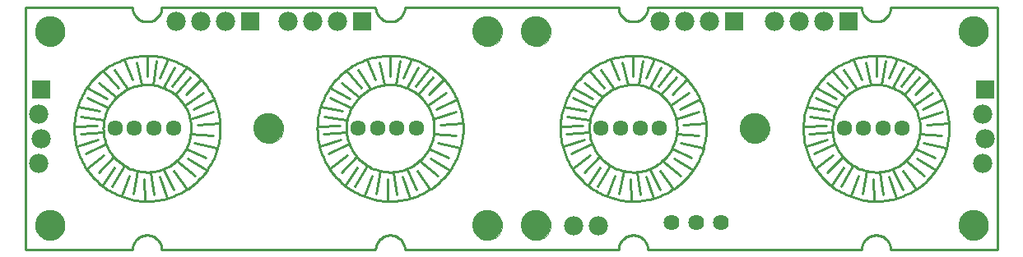
<source format=gbs>
G75*
%MOIN*%
%OFA0B0*%
%FSLAX24Y24*%
%IPPOS*%
%LPD*%
%AMOC8*
5,1,8,0,0,1.08239X$1,22.5*
%
%ADD10C,0.0100*%
%ADD11C,0.0634*%
%ADD12C,0.0000*%
%ADD13C,0.1221*%
%ADD14R,0.0780X0.0780*%
%ADD15C,0.0780*%
%ADD16C,0.0640*%
D10*
X001503Y000583D02*
X001503Y010426D01*
X005834Y010426D01*
X005833Y010426D02*
X005835Y010380D01*
X005840Y010334D01*
X005849Y010288D01*
X005862Y010243D01*
X005878Y010200D01*
X005897Y010158D01*
X005920Y010117D01*
X005946Y010079D01*
X005975Y010042D01*
X006006Y010008D01*
X006040Y009977D01*
X006077Y009948D01*
X006115Y009922D01*
X006156Y009899D01*
X006198Y009880D01*
X006241Y009864D01*
X006286Y009851D01*
X006332Y009842D01*
X006378Y009837D01*
X006424Y009835D01*
X006470Y009837D01*
X006516Y009842D01*
X006562Y009851D01*
X006607Y009864D01*
X006650Y009880D01*
X006692Y009899D01*
X006733Y009922D01*
X006771Y009948D01*
X006808Y009977D01*
X006842Y010008D01*
X006873Y010042D01*
X006902Y010079D01*
X006928Y010117D01*
X006951Y010158D01*
X006970Y010200D01*
X006986Y010243D01*
X006999Y010288D01*
X007008Y010334D01*
X007013Y010380D01*
X007015Y010426D01*
X015676Y010426D01*
X015678Y010380D01*
X015683Y010334D01*
X015692Y010288D01*
X015705Y010243D01*
X015721Y010200D01*
X015740Y010158D01*
X015763Y010117D01*
X015789Y010079D01*
X015818Y010042D01*
X015849Y010008D01*
X015883Y009977D01*
X015920Y009948D01*
X015958Y009922D01*
X015999Y009899D01*
X016041Y009880D01*
X016084Y009864D01*
X016129Y009851D01*
X016175Y009842D01*
X016221Y009837D01*
X016267Y009835D01*
X016313Y009837D01*
X016359Y009842D01*
X016405Y009851D01*
X016450Y009864D01*
X016493Y009880D01*
X016535Y009899D01*
X016576Y009922D01*
X016614Y009948D01*
X016651Y009977D01*
X016685Y010008D01*
X016716Y010042D01*
X016745Y010079D01*
X016771Y010117D01*
X016794Y010158D01*
X016813Y010200D01*
X016829Y010243D01*
X016842Y010288D01*
X016851Y010334D01*
X016856Y010380D01*
X016858Y010426D01*
X016857Y010426D02*
X025519Y010426D01*
X025518Y010426D02*
X025520Y010380D01*
X025525Y010334D01*
X025534Y010288D01*
X025547Y010243D01*
X025563Y010200D01*
X025582Y010158D01*
X025605Y010117D01*
X025631Y010079D01*
X025660Y010042D01*
X025691Y010008D01*
X025725Y009977D01*
X025762Y009948D01*
X025800Y009922D01*
X025841Y009899D01*
X025883Y009880D01*
X025926Y009864D01*
X025971Y009851D01*
X026017Y009842D01*
X026063Y009837D01*
X026109Y009835D01*
X026155Y009837D01*
X026201Y009842D01*
X026247Y009851D01*
X026292Y009864D01*
X026335Y009880D01*
X026377Y009899D01*
X026418Y009922D01*
X026456Y009948D01*
X026493Y009977D01*
X026527Y010008D01*
X026558Y010042D01*
X026587Y010079D01*
X026613Y010117D01*
X026636Y010158D01*
X026655Y010200D01*
X026671Y010243D01*
X026684Y010288D01*
X026693Y010334D01*
X026698Y010380D01*
X026700Y010426D01*
X035361Y010426D01*
X035363Y010380D01*
X035368Y010334D01*
X035377Y010288D01*
X035390Y010243D01*
X035406Y010200D01*
X035425Y010158D01*
X035448Y010117D01*
X035474Y010079D01*
X035503Y010042D01*
X035534Y010008D01*
X035568Y009977D01*
X035605Y009948D01*
X035643Y009922D01*
X035684Y009899D01*
X035726Y009880D01*
X035769Y009864D01*
X035814Y009851D01*
X035860Y009842D01*
X035906Y009837D01*
X035952Y009835D01*
X035998Y009837D01*
X036044Y009842D01*
X036090Y009851D01*
X036135Y009864D01*
X036178Y009880D01*
X036220Y009899D01*
X036261Y009922D01*
X036299Y009948D01*
X036336Y009977D01*
X036370Y010008D01*
X036401Y010042D01*
X036430Y010079D01*
X036456Y010117D01*
X036479Y010158D01*
X036498Y010200D01*
X036514Y010243D01*
X036527Y010288D01*
X036536Y010334D01*
X036541Y010380D01*
X036543Y010426D01*
X036542Y010426D02*
X040873Y010426D01*
X040873Y000583D01*
X036542Y000583D01*
X036543Y000583D02*
X036541Y000629D01*
X036536Y000675D01*
X036527Y000721D01*
X036514Y000766D01*
X036498Y000809D01*
X036479Y000851D01*
X036456Y000892D01*
X036430Y000930D01*
X036401Y000967D01*
X036370Y001001D01*
X036336Y001032D01*
X036299Y001061D01*
X036261Y001087D01*
X036220Y001110D01*
X036178Y001129D01*
X036135Y001145D01*
X036090Y001158D01*
X036044Y001167D01*
X035998Y001172D01*
X035952Y001174D01*
X035906Y001172D01*
X035860Y001167D01*
X035814Y001158D01*
X035769Y001145D01*
X035726Y001129D01*
X035684Y001110D01*
X035643Y001087D01*
X035605Y001061D01*
X035568Y001032D01*
X035534Y001001D01*
X035503Y000967D01*
X035474Y000930D01*
X035448Y000892D01*
X035425Y000851D01*
X035406Y000809D01*
X035390Y000766D01*
X035377Y000721D01*
X035368Y000675D01*
X035363Y000629D01*
X035361Y000583D01*
X026700Y000583D01*
X026698Y000629D01*
X026693Y000675D01*
X026684Y000721D01*
X026671Y000766D01*
X026655Y000809D01*
X026636Y000851D01*
X026613Y000892D01*
X026587Y000930D01*
X026558Y000967D01*
X026527Y001001D01*
X026493Y001032D01*
X026456Y001061D01*
X026418Y001087D01*
X026377Y001110D01*
X026335Y001129D01*
X026292Y001145D01*
X026247Y001158D01*
X026201Y001167D01*
X026155Y001172D01*
X026109Y001174D01*
X026063Y001172D01*
X026017Y001167D01*
X025971Y001158D01*
X025926Y001145D01*
X025883Y001129D01*
X025841Y001110D01*
X025800Y001087D01*
X025762Y001061D01*
X025725Y001032D01*
X025691Y001001D01*
X025660Y000967D01*
X025631Y000930D01*
X025605Y000892D01*
X025582Y000851D01*
X025563Y000809D01*
X025547Y000766D01*
X025534Y000721D01*
X025525Y000675D01*
X025520Y000629D01*
X025518Y000583D01*
X025519Y000583D02*
X016857Y000583D01*
X016858Y000583D02*
X016856Y000629D01*
X016851Y000675D01*
X016842Y000721D01*
X016829Y000766D01*
X016813Y000809D01*
X016794Y000851D01*
X016771Y000892D01*
X016745Y000930D01*
X016716Y000967D01*
X016685Y001001D01*
X016651Y001032D01*
X016614Y001061D01*
X016576Y001087D01*
X016535Y001110D01*
X016493Y001129D01*
X016450Y001145D01*
X016405Y001158D01*
X016359Y001167D01*
X016313Y001172D01*
X016267Y001174D01*
X016221Y001172D01*
X016175Y001167D01*
X016129Y001158D01*
X016084Y001145D01*
X016041Y001129D01*
X015999Y001110D01*
X015958Y001087D01*
X015920Y001061D01*
X015883Y001032D01*
X015849Y001001D01*
X015818Y000967D01*
X015789Y000930D01*
X015763Y000892D01*
X015740Y000851D01*
X015721Y000809D01*
X015705Y000766D01*
X015692Y000721D01*
X015683Y000675D01*
X015678Y000629D01*
X015676Y000583D01*
X007015Y000583D01*
X007013Y000629D01*
X007008Y000675D01*
X006999Y000721D01*
X006986Y000766D01*
X006970Y000809D01*
X006951Y000851D01*
X006928Y000892D01*
X006902Y000930D01*
X006873Y000967D01*
X006842Y001001D01*
X006808Y001032D01*
X006771Y001061D01*
X006733Y001087D01*
X006692Y001110D01*
X006650Y001129D01*
X006607Y001145D01*
X006562Y001158D01*
X006516Y001167D01*
X006470Y001172D01*
X006424Y001174D01*
X006378Y001172D01*
X006332Y001167D01*
X006286Y001158D01*
X006241Y001145D01*
X006198Y001129D01*
X006156Y001110D01*
X006115Y001087D01*
X006077Y001061D01*
X006040Y001032D01*
X006006Y001001D01*
X005975Y000967D01*
X005946Y000930D01*
X005920Y000892D01*
X005897Y000851D01*
X005878Y000809D01*
X005862Y000766D01*
X005849Y000721D01*
X005840Y000675D01*
X005835Y000629D01*
X005833Y000583D01*
X005834Y000583D02*
X001503Y000583D01*
X006338Y002576D02*
X006310Y003453D01*
X006932Y003556D02*
X007231Y002698D01*
X006704Y002812D02*
X006566Y003729D01*
X006038Y003768D02*
X005857Y002843D01*
X005389Y002776D02*
X005696Y003583D01*
X005487Y003993D02*
X004995Y003150D01*
X004625Y003205D02*
X005097Y003906D01*
X005062Y004363D02*
X004452Y003725D01*
X003987Y003898D02*
X004676Y004410D01*
X004759Y004887D02*
X003920Y004473D01*
X003601Y004796D02*
X004436Y005064D01*
X004649Y005335D02*
X003719Y005272D01*
X003487Y005599D02*
X004389Y005611D01*
X004664Y005843D02*
X003743Y005969D01*
X003617Y006387D02*
X004499Y006221D01*
X004838Y006363D02*
X003983Y006745D01*
X003995Y007135D02*
X004794Y006705D01*
X005168Y006792D02*
X004452Y007355D01*
X004641Y007835D02*
X005255Y007135D01*
X005637Y007119D02*
X005109Y007871D01*
X005503Y008276D02*
X005834Y007481D01*
X006424Y007619D02*
X006424Y008453D01*
X006814Y008241D02*
X006653Y007268D01*
X006204Y007280D02*
X005991Y008178D01*
X006944Y007544D02*
X007282Y008320D01*
X007546Y007977D02*
X007109Y007198D01*
X007444Y007221D02*
X008015Y007961D01*
X008172Y007568D02*
X007558Y006890D01*
X007999Y006883D02*
X008597Y007477D01*
X008696Y006946D02*
X007964Y006461D01*
X008306Y006292D02*
X009117Y006698D01*
X009097Y006190D02*
X008164Y005890D01*
X008464Y005650D02*
X009365Y005705D01*
X009086Y005209D02*
X008180Y005268D01*
X008349Y004926D02*
X009247Y004725D01*
X008790Y004316D02*
X008003Y004686D01*
X008066Y004272D02*
X008834Y003820D01*
X008361Y003568D02*
X007625Y004190D01*
X007511Y003784D02*
X008038Y003056D01*
X007503Y003020D02*
X007113Y003831D01*
X003471Y005505D02*
X003473Y005613D01*
X003479Y005722D01*
X003489Y005830D01*
X003503Y005937D01*
X003521Y006044D01*
X003542Y006151D01*
X003568Y006256D01*
X003598Y006361D01*
X003631Y006464D01*
X003668Y006566D01*
X003709Y006666D01*
X003753Y006765D01*
X003802Y006863D01*
X003853Y006958D01*
X003908Y007051D01*
X003967Y007143D01*
X004029Y007232D01*
X004094Y007319D01*
X004162Y007403D01*
X004233Y007485D01*
X004307Y007564D01*
X004384Y007640D01*
X004464Y007714D01*
X004547Y007784D01*
X004632Y007852D01*
X004719Y007916D01*
X004809Y007977D01*
X004901Y008035D01*
X004995Y008089D01*
X005091Y008140D01*
X005188Y008187D01*
X005288Y008231D01*
X005389Y008271D01*
X005491Y008307D01*
X005594Y008339D01*
X005699Y008368D01*
X005805Y008392D01*
X005911Y008413D01*
X006018Y008430D01*
X006126Y008443D01*
X006234Y008452D01*
X006343Y008457D01*
X006451Y008458D01*
X006560Y008455D01*
X006668Y008448D01*
X006776Y008437D01*
X006883Y008422D01*
X006990Y008403D01*
X007096Y008380D01*
X007201Y008354D01*
X007306Y008323D01*
X007408Y008289D01*
X007510Y008251D01*
X007610Y008209D01*
X007709Y008164D01*
X007806Y008115D01*
X007900Y008062D01*
X007993Y008006D01*
X008084Y007947D01*
X008173Y007884D01*
X008259Y007819D01*
X008343Y007750D01*
X008424Y007678D01*
X008502Y007603D01*
X008578Y007525D01*
X008651Y007444D01*
X008721Y007361D01*
X008787Y007276D01*
X008851Y007188D01*
X008911Y007097D01*
X008968Y007005D01*
X009021Y006910D01*
X009071Y006814D01*
X009117Y006716D01*
X009160Y006616D01*
X009199Y006515D01*
X009234Y006412D01*
X009266Y006309D01*
X009293Y006204D01*
X009317Y006098D01*
X009337Y005991D01*
X009353Y005884D01*
X009365Y005776D01*
X009373Y005668D01*
X009377Y005559D01*
X009377Y005451D01*
X009373Y005342D01*
X009365Y005234D01*
X009353Y005126D01*
X009337Y005019D01*
X009317Y004912D01*
X009293Y004806D01*
X009266Y004701D01*
X009234Y004598D01*
X009199Y004495D01*
X009160Y004394D01*
X009117Y004294D01*
X009071Y004196D01*
X009021Y004100D01*
X008968Y004005D01*
X008911Y003913D01*
X008851Y003822D01*
X008787Y003734D01*
X008721Y003649D01*
X008651Y003566D01*
X008578Y003485D01*
X008502Y003407D01*
X008424Y003332D01*
X008343Y003260D01*
X008259Y003191D01*
X008173Y003126D01*
X008084Y003063D01*
X007993Y003004D01*
X007901Y002948D01*
X007806Y002895D01*
X007709Y002846D01*
X007610Y002801D01*
X007510Y002759D01*
X007408Y002721D01*
X007306Y002687D01*
X007201Y002656D01*
X007096Y002630D01*
X006990Y002607D01*
X006883Y002588D01*
X006776Y002573D01*
X006668Y002562D01*
X006560Y002555D01*
X006451Y002552D01*
X006343Y002553D01*
X006234Y002558D01*
X006126Y002567D01*
X006018Y002580D01*
X005911Y002597D01*
X005805Y002618D01*
X005699Y002642D01*
X005594Y002671D01*
X005491Y002703D01*
X005389Y002739D01*
X005288Y002779D01*
X005188Y002823D01*
X005091Y002870D01*
X004995Y002921D01*
X004901Y002975D01*
X004809Y003033D01*
X004719Y003094D01*
X004632Y003158D01*
X004547Y003226D01*
X004464Y003296D01*
X004384Y003370D01*
X004307Y003446D01*
X004233Y003525D01*
X004162Y003607D01*
X004094Y003691D01*
X004029Y003778D01*
X003967Y003867D01*
X003908Y003959D01*
X003853Y004052D01*
X003802Y004147D01*
X003753Y004245D01*
X003709Y004344D01*
X003668Y004444D01*
X003631Y004546D01*
X003598Y004649D01*
X003568Y004754D01*
X003542Y004859D01*
X003521Y004966D01*
X003503Y005073D01*
X003489Y005180D01*
X003479Y005288D01*
X003473Y005397D01*
X003471Y005505D01*
X004648Y005509D02*
X004650Y005593D01*
X004656Y005677D01*
X004666Y005760D01*
X004680Y005843D01*
X004697Y005925D01*
X004719Y006006D01*
X004744Y006086D01*
X004773Y006164D01*
X004806Y006242D01*
X004843Y006317D01*
X004882Y006391D01*
X004926Y006463D01*
X004973Y006532D01*
X005022Y006600D01*
X005076Y006665D01*
X005132Y006727D01*
X005191Y006787D01*
X005252Y006844D01*
X005317Y006898D01*
X005383Y006948D01*
X005453Y006996D01*
X005524Y007040D01*
X005597Y007081D01*
X005672Y007118D01*
X005749Y007152D01*
X005828Y007182D01*
X005907Y007208D01*
X005988Y007231D01*
X006070Y007249D01*
X006152Y007264D01*
X006236Y007275D01*
X006319Y007282D01*
X006403Y007285D01*
X006487Y007284D01*
X006571Y007279D01*
X006654Y007270D01*
X006737Y007257D01*
X006819Y007240D01*
X006901Y007220D01*
X006981Y007195D01*
X007060Y007167D01*
X007137Y007135D01*
X007213Y007100D01*
X007288Y007061D01*
X007360Y007018D01*
X007430Y006972D01*
X007498Y006923D01*
X007564Y006871D01*
X007627Y006816D01*
X007687Y006757D01*
X007745Y006696D01*
X007799Y006633D01*
X007851Y006566D01*
X007899Y006498D01*
X007944Y006427D01*
X007986Y006354D01*
X008024Y006280D01*
X008059Y006203D01*
X008090Y006125D01*
X008117Y006046D01*
X008140Y005965D01*
X008160Y005884D01*
X008176Y005801D01*
X008188Y005718D01*
X008196Y005635D01*
X008200Y005551D01*
X008200Y005467D01*
X008196Y005383D01*
X008188Y005300D01*
X008176Y005217D01*
X008160Y005134D01*
X008140Y005053D01*
X008117Y004972D01*
X008090Y004893D01*
X008059Y004815D01*
X008024Y004738D01*
X007986Y004664D01*
X007944Y004591D01*
X007899Y004520D01*
X007851Y004452D01*
X007799Y004385D01*
X007745Y004322D01*
X007687Y004261D01*
X007627Y004202D01*
X007564Y004147D01*
X007498Y004095D01*
X007430Y004046D01*
X007360Y004000D01*
X007288Y003957D01*
X007213Y003918D01*
X007137Y003883D01*
X007060Y003851D01*
X006981Y003823D01*
X006901Y003798D01*
X006819Y003778D01*
X006737Y003761D01*
X006654Y003748D01*
X006571Y003739D01*
X006487Y003734D01*
X006403Y003733D01*
X006319Y003736D01*
X006236Y003743D01*
X006152Y003754D01*
X006070Y003769D01*
X005988Y003787D01*
X005907Y003810D01*
X005828Y003836D01*
X005749Y003866D01*
X005672Y003900D01*
X005597Y003937D01*
X005524Y003978D01*
X005453Y004022D01*
X005383Y004070D01*
X005317Y004120D01*
X005252Y004174D01*
X005191Y004231D01*
X005132Y004291D01*
X005076Y004353D01*
X005022Y004418D01*
X004973Y004486D01*
X004926Y004555D01*
X004882Y004627D01*
X004843Y004701D01*
X004806Y004776D01*
X004773Y004854D01*
X004744Y004932D01*
X004719Y005012D01*
X004697Y005093D01*
X004680Y005175D01*
X004666Y005258D01*
X004656Y005341D01*
X004650Y005425D01*
X004648Y005509D01*
X013330Y005599D02*
X014231Y005611D01*
X014507Y005843D02*
X013586Y005969D01*
X013460Y006387D02*
X014342Y006221D01*
X014680Y006363D02*
X013826Y006745D01*
X013838Y007135D02*
X014637Y006705D01*
X015011Y006792D02*
X014294Y007355D01*
X014483Y007835D02*
X015097Y007135D01*
X015479Y007119D02*
X014952Y007871D01*
X015345Y008276D02*
X015676Y007481D01*
X016046Y007280D02*
X015834Y008178D01*
X016267Y008453D02*
X016267Y007619D01*
X016786Y007544D02*
X017125Y008320D01*
X016656Y008241D02*
X016495Y007268D01*
X016952Y007198D02*
X017389Y007977D01*
X017857Y007961D02*
X017286Y007221D01*
X017401Y006890D02*
X018015Y007568D01*
X018440Y007477D02*
X017842Y006883D01*
X017806Y006461D02*
X018538Y006946D01*
X018960Y006698D02*
X018149Y006292D01*
X018007Y005890D02*
X018940Y006190D01*
X019208Y005705D02*
X018306Y005650D01*
X018023Y005268D02*
X018928Y005209D01*
X019090Y004725D02*
X018192Y004926D01*
X017845Y004686D02*
X018633Y004316D01*
X018676Y003820D02*
X017908Y004272D01*
X017468Y004190D02*
X018204Y003568D01*
X017881Y003056D02*
X017353Y003784D01*
X016956Y003831D02*
X017345Y003020D01*
X017074Y002698D02*
X016775Y003556D01*
X016408Y003729D02*
X016546Y002812D01*
X016180Y002576D02*
X016153Y003453D01*
X015538Y003583D02*
X015231Y002776D01*
X015700Y002843D02*
X015881Y003768D01*
X015330Y003993D02*
X014838Y003150D01*
X014468Y003205D02*
X014940Y003906D01*
X014905Y004363D02*
X014294Y003725D01*
X013830Y003898D02*
X014519Y004410D01*
X014601Y004887D02*
X013763Y004473D01*
X013444Y004796D02*
X014279Y005064D01*
X014491Y005335D02*
X013562Y005272D01*
X013314Y005505D02*
X013316Y005613D01*
X013322Y005722D01*
X013332Y005830D01*
X013346Y005937D01*
X013364Y006044D01*
X013385Y006151D01*
X013411Y006256D01*
X013441Y006361D01*
X013474Y006464D01*
X013511Y006566D01*
X013552Y006666D01*
X013596Y006765D01*
X013645Y006863D01*
X013696Y006958D01*
X013751Y007051D01*
X013810Y007143D01*
X013872Y007232D01*
X013937Y007319D01*
X014005Y007403D01*
X014076Y007485D01*
X014150Y007564D01*
X014227Y007640D01*
X014307Y007714D01*
X014390Y007784D01*
X014475Y007852D01*
X014562Y007916D01*
X014652Y007977D01*
X014744Y008035D01*
X014838Y008089D01*
X014934Y008140D01*
X015031Y008187D01*
X015131Y008231D01*
X015232Y008271D01*
X015334Y008307D01*
X015437Y008339D01*
X015542Y008368D01*
X015648Y008392D01*
X015754Y008413D01*
X015861Y008430D01*
X015969Y008443D01*
X016077Y008452D01*
X016186Y008457D01*
X016294Y008458D01*
X016403Y008455D01*
X016511Y008448D01*
X016619Y008437D01*
X016726Y008422D01*
X016833Y008403D01*
X016939Y008380D01*
X017044Y008354D01*
X017149Y008323D01*
X017251Y008289D01*
X017353Y008251D01*
X017453Y008209D01*
X017552Y008164D01*
X017649Y008115D01*
X017743Y008062D01*
X017836Y008006D01*
X017927Y007947D01*
X018016Y007884D01*
X018102Y007819D01*
X018186Y007750D01*
X018267Y007678D01*
X018345Y007603D01*
X018421Y007525D01*
X018494Y007444D01*
X018564Y007361D01*
X018630Y007276D01*
X018694Y007188D01*
X018754Y007097D01*
X018811Y007005D01*
X018864Y006910D01*
X018914Y006814D01*
X018960Y006716D01*
X019003Y006616D01*
X019042Y006515D01*
X019077Y006412D01*
X019109Y006309D01*
X019136Y006204D01*
X019160Y006098D01*
X019180Y005991D01*
X019196Y005884D01*
X019208Y005776D01*
X019216Y005668D01*
X019220Y005559D01*
X019220Y005451D01*
X019216Y005342D01*
X019208Y005234D01*
X019196Y005126D01*
X019180Y005019D01*
X019160Y004912D01*
X019136Y004806D01*
X019109Y004701D01*
X019077Y004598D01*
X019042Y004495D01*
X019003Y004394D01*
X018960Y004294D01*
X018914Y004196D01*
X018864Y004100D01*
X018811Y004005D01*
X018754Y003913D01*
X018694Y003822D01*
X018630Y003734D01*
X018564Y003649D01*
X018494Y003566D01*
X018421Y003485D01*
X018345Y003407D01*
X018267Y003332D01*
X018186Y003260D01*
X018102Y003191D01*
X018016Y003126D01*
X017927Y003063D01*
X017836Y003004D01*
X017744Y002948D01*
X017649Y002895D01*
X017552Y002846D01*
X017453Y002801D01*
X017353Y002759D01*
X017251Y002721D01*
X017149Y002687D01*
X017044Y002656D01*
X016939Y002630D01*
X016833Y002607D01*
X016726Y002588D01*
X016619Y002573D01*
X016511Y002562D01*
X016403Y002555D01*
X016294Y002552D01*
X016186Y002553D01*
X016077Y002558D01*
X015969Y002567D01*
X015861Y002580D01*
X015754Y002597D01*
X015648Y002618D01*
X015542Y002642D01*
X015437Y002671D01*
X015334Y002703D01*
X015232Y002739D01*
X015131Y002779D01*
X015031Y002823D01*
X014934Y002870D01*
X014838Y002921D01*
X014744Y002975D01*
X014652Y003033D01*
X014562Y003094D01*
X014475Y003158D01*
X014390Y003226D01*
X014307Y003296D01*
X014227Y003370D01*
X014150Y003446D01*
X014076Y003525D01*
X014005Y003607D01*
X013937Y003691D01*
X013872Y003778D01*
X013810Y003867D01*
X013751Y003959D01*
X013696Y004052D01*
X013645Y004147D01*
X013596Y004245D01*
X013552Y004344D01*
X013511Y004444D01*
X013474Y004546D01*
X013441Y004649D01*
X013411Y004754D01*
X013385Y004859D01*
X013364Y004966D01*
X013346Y005073D01*
X013332Y005180D01*
X013322Y005288D01*
X013316Y005397D01*
X013314Y005505D01*
X014491Y005509D02*
X014493Y005593D01*
X014499Y005677D01*
X014509Y005760D01*
X014523Y005843D01*
X014540Y005925D01*
X014562Y006006D01*
X014587Y006086D01*
X014616Y006164D01*
X014649Y006242D01*
X014686Y006317D01*
X014725Y006391D01*
X014769Y006463D01*
X014816Y006532D01*
X014865Y006600D01*
X014919Y006665D01*
X014975Y006727D01*
X015034Y006787D01*
X015095Y006844D01*
X015160Y006898D01*
X015226Y006948D01*
X015296Y006996D01*
X015367Y007040D01*
X015440Y007081D01*
X015515Y007118D01*
X015592Y007152D01*
X015671Y007182D01*
X015750Y007208D01*
X015831Y007231D01*
X015913Y007249D01*
X015995Y007264D01*
X016079Y007275D01*
X016162Y007282D01*
X016246Y007285D01*
X016330Y007284D01*
X016414Y007279D01*
X016497Y007270D01*
X016580Y007257D01*
X016662Y007240D01*
X016744Y007220D01*
X016824Y007195D01*
X016903Y007167D01*
X016980Y007135D01*
X017056Y007100D01*
X017131Y007061D01*
X017203Y007018D01*
X017273Y006972D01*
X017341Y006923D01*
X017407Y006871D01*
X017470Y006816D01*
X017530Y006757D01*
X017588Y006696D01*
X017642Y006633D01*
X017694Y006566D01*
X017742Y006498D01*
X017787Y006427D01*
X017829Y006354D01*
X017867Y006280D01*
X017902Y006203D01*
X017933Y006125D01*
X017960Y006046D01*
X017983Y005965D01*
X018003Y005884D01*
X018019Y005801D01*
X018031Y005718D01*
X018039Y005635D01*
X018043Y005551D01*
X018043Y005467D01*
X018039Y005383D01*
X018031Y005300D01*
X018019Y005217D01*
X018003Y005134D01*
X017983Y005053D01*
X017960Y004972D01*
X017933Y004893D01*
X017902Y004815D01*
X017867Y004738D01*
X017829Y004664D01*
X017787Y004591D01*
X017742Y004520D01*
X017694Y004452D01*
X017642Y004385D01*
X017588Y004322D01*
X017530Y004261D01*
X017470Y004202D01*
X017407Y004147D01*
X017341Y004095D01*
X017273Y004046D01*
X017203Y004000D01*
X017131Y003957D01*
X017056Y003918D01*
X016980Y003883D01*
X016903Y003851D01*
X016824Y003823D01*
X016744Y003798D01*
X016662Y003778D01*
X016580Y003761D01*
X016497Y003748D01*
X016414Y003739D01*
X016330Y003734D01*
X016246Y003733D01*
X016162Y003736D01*
X016079Y003743D01*
X015995Y003754D01*
X015913Y003769D01*
X015831Y003787D01*
X015750Y003810D01*
X015671Y003836D01*
X015592Y003866D01*
X015515Y003900D01*
X015440Y003937D01*
X015367Y003978D01*
X015296Y004022D01*
X015226Y004070D01*
X015160Y004120D01*
X015095Y004174D01*
X015034Y004231D01*
X014975Y004291D01*
X014919Y004353D01*
X014865Y004418D01*
X014816Y004486D01*
X014769Y004555D01*
X014725Y004627D01*
X014686Y004701D01*
X014649Y004776D01*
X014616Y004854D01*
X014587Y004932D01*
X014562Y005012D01*
X014540Y005093D01*
X014523Y005175D01*
X014509Y005258D01*
X014499Y005341D01*
X014493Y005425D01*
X014491Y005509D01*
X023172Y005599D02*
X024074Y005611D01*
X024349Y005843D02*
X023428Y005969D01*
X023302Y006387D02*
X024184Y006221D01*
X024523Y006363D02*
X023668Y006745D01*
X023680Y007135D02*
X024479Y006705D01*
X024853Y006792D02*
X024137Y007355D01*
X024326Y007835D02*
X024940Y007135D01*
X025322Y007119D02*
X024794Y007871D01*
X025188Y008276D02*
X025519Y007481D01*
X026109Y007619D02*
X026109Y008453D01*
X026499Y008241D02*
X026338Y007268D01*
X025889Y007280D02*
X025676Y008178D01*
X026629Y007544D02*
X026968Y008320D01*
X027231Y007977D02*
X026794Y007198D01*
X027129Y007221D02*
X027700Y007961D01*
X027857Y007568D02*
X027243Y006890D01*
X027684Y006883D02*
X028282Y007477D01*
X028381Y006946D02*
X027649Y006461D01*
X027991Y006292D02*
X028802Y006698D01*
X028782Y006190D02*
X027849Y005890D01*
X028149Y005650D02*
X029050Y005705D01*
X028771Y005209D02*
X027865Y005268D01*
X028034Y004926D02*
X028932Y004725D01*
X028475Y004316D02*
X027688Y004686D01*
X027751Y004272D02*
X028519Y003820D01*
X028046Y003568D02*
X027310Y004190D01*
X027196Y003784D02*
X027723Y003056D01*
X027188Y003020D02*
X026798Y003831D01*
X026251Y003729D02*
X026389Y002812D01*
X026916Y002698D02*
X026617Y003556D01*
X025995Y003453D02*
X026023Y002576D01*
X025542Y002843D02*
X025723Y003768D01*
X025172Y003993D02*
X024680Y003150D01*
X024310Y003205D02*
X024782Y003906D01*
X024747Y004363D02*
X024137Y003725D01*
X023672Y003898D02*
X024361Y004410D01*
X024444Y004887D02*
X023605Y004473D01*
X023286Y004796D02*
X024121Y005064D01*
X024334Y005335D02*
X023405Y005272D01*
X023156Y005505D02*
X023158Y005613D01*
X023164Y005722D01*
X023174Y005830D01*
X023188Y005937D01*
X023206Y006044D01*
X023227Y006151D01*
X023253Y006256D01*
X023283Y006361D01*
X023316Y006464D01*
X023353Y006566D01*
X023394Y006666D01*
X023438Y006765D01*
X023487Y006863D01*
X023538Y006958D01*
X023593Y007051D01*
X023652Y007143D01*
X023714Y007232D01*
X023779Y007319D01*
X023847Y007403D01*
X023918Y007485D01*
X023992Y007564D01*
X024069Y007640D01*
X024149Y007714D01*
X024232Y007784D01*
X024317Y007852D01*
X024404Y007916D01*
X024494Y007977D01*
X024586Y008035D01*
X024680Y008089D01*
X024776Y008140D01*
X024873Y008187D01*
X024973Y008231D01*
X025074Y008271D01*
X025176Y008307D01*
X025279Y008339D01*
X025384Y008368D01*
X025490Y008392D01*
X025596Y008413D01*
X025703Y008430D01*
X025811Y008443D01*
X025919Y008452D01*
X026028Y008457D01*
X026136Y008458D01*
X026245Y008455D01*
X026353Y008448D01*
X026461Y008437D01*
X026568Y008422D01*
X026675Y008403D01*
X026781Y008380D01*
X026886Y008354D01*
X026991Y008323D01*
X027093Y008289D01*
X027195Y008251D01*
X027295Y008209D01*
X027394Y008164D01*
X027491Y008115D01*
X027585Y008062D01*
X027678Y008006D01*
X027769Y007947D01*
X027858Y007884D01*
X027944Y007819D01*
X028028Y007750D01*
X028109Y007678D01*
X028187Y007603D01*
X028263Y007525D01*
X028336Y007444D01*
X028406Y007361D01*
X028472Y007276D01*
X028536Y007188D01*
X028596Y007097D01*
X028653Y007005D01*
X028706Y006910D01*
X028756Y006814D01*
X028802Y006716D01*
X028845Y006616D01*
X028884Y006515D01*
X028919Y006412D01*
X028951Y006309D01*
X028978Y006204D01*
X029002Y006098D01*
X029022Y005991D01*
X029038Y005884D01*
X029050Y005776D01*
X029058Y005668D01*
X029062Y005559D01*
X029062Y005451D01*
X029058Y005342D01*
X029050Y005234D01*
X029038Y005126D01*
X029022Y005019D01*
X029002Y004912D01*
X028978Y004806D01*
X028951Y004701D01*
X028919Y004598D01*
X028884Y004495D01*
X028845Y004394D01*
X028802Y004294D01*
X028756Y004196D01*
X028706Y004100D01*
X028653Y004005D01*
X028596Y003913D01*
X028536Y003822D01*
X028472Y003734D01*
X028406Y003649D01*
X028336Y003566D01*
X028263Y003485D01*
X028187Y003407D01*
X028109Y003332D01*
X028028Y003260D01*
X027944Y003191D01*
X027858Y003126D01*
X027769Y003063D01*
X027678Y003004D01*
X027586Y002948D01*
X027491Y002895D01*
X027394Y002846D01*
X027295Y002801D01*
X027195Y002759D01*
X027093Y002721D01*
X026991Y002687D01*
X026886Y002656D01*
X026781Y002630D01*
X026675Y002607D01*
X026568Y002588D01*
X026461Y002573D01*
X026353Y002562D01*
X026245Y002555D01*
X026136Y002552D01*
X026028Y002553D01*
X025919Y002558D01*
X025811Y002567D01*
X025703Y002580D01*
X025596Y002597D01*
X025490Y002618D01*
X025384Y002642D01*
X025279Y002671D01*
X025176Y002703D01*
X025074Y002739D01*
X024973Y002779D01*
X024873Y002823D01*
X024776Y002870D01*
X024680Y002921D01*
X024586Y002975D01*
X024494Y003033D01*
X024404Y003094D01*
X024317Y003158D01*
X024232Y003226D01*
X024149Y003296D01*
X024069Y003370D01*
X023992Y003446D01*
X023918Y003525D01*
X023847Y003607D01*
X023779Y003691D01*
X023714Y003778D01*
X023652Y003867D01*
X023593Y003959D01*
X023538Y004052D01*
X023487Y004147D01*
X023438Y004245D01*
X023394Y004344D01*
X023353Y004444D01*
X023316Y004546D01*
X023283Y004649D01*
X023253Y004754D01*
X023227Y004859D01*
X023206Y004966D01*
X023188Y005073D01*
X023174Y005180D01*
X023164Y005288D01*
X023158Y005397D01*
X023156Y005505D01*
X024333Y005509D02*
X024335Y005593D01*
X024341Y005677D01*
X024351Y005760D01*
X024365Y005843D01*
X024382Y005925D01*
X024404Y006006D01*
X024429Y006086D01*
X024458Y006164D01*
X024491Y006242D01*
X024528Y006317D01*
X024567Y006391D01*
X024611Y006463D01*
X024658Y006532D01*
X024707Y006600D01*
X024761Y006665D01*
X024817Y006727D01*
X024876Y006787D01*
X024937Y006844D01*
X025002Y006898D01*
X025068Y006948D01*
X025138Y006996D01*
X025209Y007040D01*
X025282Y007081D01*
X025357Y007118D01*
X025434Y007152D01*
X025513Y007182D01*
X025592Y007208D01*
X025673Y007231D01*
X025755Y007249D01*
X025837Y007264D01*
X025921Y007275D01*
X026004Y007282D01*
X026088Y007285D01*
X026172Y007284D01*
X026256Y007279D01*
X026339Y007270D01*
X026422Y007257D01*
X026504Y007240D01*
X026586Y007220D01*
X026666Y007195D01*
X026745Y007167D01*
X026822Y007135D01*
X026898Y007100D01*
X026973Y007061D01*
X027045Y007018D01*
X027115Y006972D01*
X027183Y006923D01*
X027249Y006871D01*
X027312Y006816D01*
X027372Y006757D01*
X027430Y006696D01*
X027484Y006633D01*
X027536Y006566D01*
X027584Y006498D01*
X027629Y006427D01*
X027671Y006354D01*
X027709Y006280D01*
X027744Y006203D01*
X027775Y006125D01*
X027802Y006046D01*
X027825Y005965D01*
X027845Y005884D01*
X027861Y005801D01*
X027873Y005718D01*
X027881Y005635D01*
X027885Y005551D01*
X027885Y005467D01*
X027881Y005383D01*
X027873Y005300D01*
X027861Y005217D01*
X027845Y005134D01*
X027825Y005053D01*
X027802Y004972D01*
X027775Y004893D01*
X027744Y004815D01*
X027709Y004738D01*
X027671Y004664D01*
X027629Y004591D01*
X027584Y004520D01*
X027536Y004452D01*
X027484Y004385D01*
X027430Y004322D01*
X027372Y004261D01*
X027312Y004202D01*
X027249Y004147D01*
X027183Y004095D01*
X027115Y004046D01*
X027045Y004000D01*
X026973Y003957D01*
X026898Y003918D01*
X026822Y003883D01*
X026745Y003851D01*
X026666Y003823D01*
X026586Y003798D01*
X026504Y003778D01*
X026422Y003761D01*
X026339Y003748D01*
X026256Y003739D01*
X026172Y003734D01*
X026088Y003733D01*
X026004Y003736D01*
X025921Y003743D01*
X025837Y003754D01*
X025755Y003769D01*
X025673Y003787D01*
X025592Y003810D01*
X025513Y003836D01*
X025434Y003866D01*
X025357Y003900D01*
X025282Y003937D01*
X025209Y003978D01*
X025138Y004022D01*
X025068Y004070D01*
X025002Y004120D01*
X024937Y004174D01*
X024876Y004231D01*
X024817Y004291D01*
X024761Y004353D01*
X024707Y004418D01*
X024658Y004486D01*
X024611Y004555D01*
X024567Y004627D01*
X024528Y004701D01*
X024491Y004776D01*
X024458Y004854D01*
X024429Y004932D01*
X024404Y005012D01*
X024382Y005093D01*
X024365Y005175D01*
X024351Y005258D01*
X024341Y005341D01*
X024335Y005425D01*
X024333Y005509D01*
X025381Y003583D02*
X025074Y002776D01*
X033129Y004796D02*
X033964Y005064D01*
X034286Y004887D02*
X033448Y004473D01*
X033515Y003898D02*
X034204Y004410D01*
X034590Y004363D02*
X033979Y003725D01*
X034153Y003205D02*
X034625Y003906D01*
X035015Y003993D02*
X034523Y003150D01*
X035385Y002843D02*
X035566Y003768D01*
X036094Y003729D02*
X036231Y002812D01*
X036759Y002698D02*
X036460Y003556D01*
X035838Y003453D02*
X035865Y002576D01*
X034916Y002776D02*
X035223Y003583D01*
X036641Y003831D02*
X037031Y003020D01*
X037566Y003056D02*
X037038Y003784D01*
X037153Y004190D02*
X037889Y003568D01*
X038361Y003820D02*
X037594Y004272D01*
X037531Y004686D02*
X038318Y004316D01*
X038775Y004725D02*
X037877Y004926D01*
X037708Y005268D02*
X038613Y005209D01*
X038893Y005705D02*
X037991Y005650D01*
X037692Y005890D02*
X038625Y006190D01*
X038645Y006698D02*
X037834Y006292D01*
X037491Y006461D02*
X038223Y006946D01*
X038125Y007477D02*
X037527Y006883D01*
X037086Y006890D02*
X037700Y007568D01*
X037542Y007961D02*
X036971Y007221D01*
X036637Y007198D02*
X037074Y007977D01*
X036342Y008241D02*
X036180Y007268D01*
X035731Y007280D02*
X035519Y008178D01*
X035031Y008276D02*
X035361Y007481D01*
X035952Y007619D02*
X035952Y008453D01*
X036810Y008320D02*
X036471Y007544D01*
X035164Y007119D02*
X034637Y007871D01*
X034168Y007835D02*
X034782Y007135D01*
X034696Y006792D02*
X033979Y007355D01*
X033523Y007135D02*
X034322Y006705D01*
X034365Y006363D02*
X033511Y006745D01*
X033145Y006387D02*
X034027Y006221D01*
X034192Y005843D02*
X033271Y005969D01*
X033015Y005599D02*
X033916Y005611D01*
X034176Y005335D02*
X033247Y005272D01*
X032999Y005505D02*
X033001Y005613D01*
X033007Y005722D01*
X033017Y005830D01*
X033031Y005937D01*
X033049Y006044D01*
X033070Y006151D01*
X033096Y006256D01*
X033126Y006361D01*
X033159Y006464D01*
X033196Y006566D01*
X033237Y006666D01*
X033281Y006765D01*
X033330Y006863D01*
X033381Y006958D01*
X033436Y007051D01*
X033495Y007143D01*
X033557Y007232D01*
X033622Y007319D01*
X033690Y007403D01*
X033761Y007485D01*
X033835Y007564D01*
X033912Y007640D01*
X033992Y007714D01*
X034075Y007784D01*
X034160Y007852D01*
X034247Y007916D01*
X034337Y007977D01*
X034429Y008035D01*
X034523Y008089D01*
X034619Y008140D01*
X034716Y008187D01*
X034816Y008231D01*
X034917Y008271D01*
X035019Y008307D01*
X035122Y008339D01*
X035227Y008368D01*
X035333Y008392D01*
X035439Y008413D01*
X035546Y008430D01*
X035654Y008443D01*
X035762Y008452D01*
X035871Y008457D01*
X035979Y008458D01*
X036088Y008455D01*
X036196Y008448D01*
X036304Y008437D01*
X036411Y008422D01*
X036518Y008403D01*
X036624Y008380D01*
X036729Y008354D01*
X036834Y008323D01*
X036936Y008289D01*
X037038Y008251D01*
X037138Y008209D01*
X037237Y008164D01*
X037334Y008115D01*
X037428Y008062D01*
X037521Y008006D01*
X037612Y007947D01*
X037701Y007884D01*
X037787Y007819D01*
X037871Y007750D01*
X037952Y007678D01*
X038030Y007603D01*
X038106Y007525D01*
X038179Y007444D01*
X038249Y007361D01*
X038315Y007276D01*
X038379Y007188D01*
X038439Y007097D01*
X038496Y007005D01*
X038549Y006910D01*
X038599Y006814D01*
X038645Y006716D01*
X038688Y006616D01*
X038727Y006515D01*
X038762Y006412D01*
X038794Y006309D01*
X038821Y006204D01*
X038845Y006098D01*
X038865Y005991D01*
X038881Y005884D01*
X038893Y005776D01*
X038901Y005668D01*
X038905Y005559D01*
X038905Y005451D01*
X038901Y005342D01*
X038893Y005234D01*
X038881Y005126D01*
X038865Y005019D01*
X038845Y004912D01*
X038821Y004806D01*
X038794Y004701D01*
X038762Y004598D01*
X038727Y004495D01*
X038688Y004394D01*
X038645Y004294D01*
X038599Y004196D01*
X038549Y004100D01*
X038496Y004005D01*
X038439Y003913D01*
X038379Y003822D01*
X038315Y003734D01*
X038249Y003649D01*
X038179Y003566D01*
X038106Y003485D01*
X038030Y003407D01*
X037952Y003332D01*
X037871Y003260D01*
X037787Y003191D01*
X037701Y003126D01*
X037612Y003063D01*
X037521Y003004D01*
X037429Y002948D01*
X037334Y002895D01*
X037237Y002846D01*
X037138Y002801D01*
X037038Y002759D01*
X036936Y002721D01*
X036834Y002687D01*
X036729Y002656D01*
X036624Y002630D01*
X036518Y002607D01*
X036411Y002588D01*
X036304Y002573D01*
X036196Y002562D01*
X036088Y002555D01*
X035979Y002552D01*
X035871Y002553D01*
X035762Y002558D01*
X035654Y002567D01*
X035546Y002580D01*
X035439Y002597D01*
X035333Y002618D01*
X035227Y002642D01*
X035122Y002671D01*
X035019Y002703D01*
X034917Y002739D01*
X034816Y002779D01*
X034716Y002823D01*
X034619Y002870D01*
X034523Y002921D01*
X034429Y002975D01*
X034337Y003033D01*
X034247Y003094D01*
X034160Y003158D01*
X034075Y003226D01*
X033992Y003296D01*
X033912Y003370D01*
X033835Y003446D01*
X033761Y003525D01*
X033690Y003607D01*
X033622Y003691D01*
X033557Y003778D01*
X033495Y003867D01*
X033436Y003959D01*
X033381Y004052D01*
X033330Y004147D01*
X033281Y004245D01*
X033237Y004344D01*
X033196Y004444D01*
X033159Y004546D01*
X033126Y004649D01*
X033096Y004754D01*
X033070Y004859D01*
X033049Y004966D01*
X033031Y005073D01*
X033017Y005180D01*
X033007Y005288D01*
X033001Y005397D01*
X032999Y005505D01*
X034176Y005509D02*
X034178Y005593D01*
X034184Y005677D01*
X034194Y005760D01*
X034208Y005843D01*
X034225Y005925D01*
X034247Y006006D01*
X034272Y006086D01*
X034301Y006164D01*
X034334Y006242D01*
X034371Y006317D01*
X034410Y006391D01*
X034454Y006463D01*
X034501Y006532D01*
X034550Y006600D01*
X034604Y006665D01*
X034660Y006727D01*
X034719Y006787D01*
X034780Y006844D01*
X034845Y006898D01*
X034911Y006948D01*
X034981Y006996D01*
X035052Y007040D01*
X035125Y007081D01*
X035200Y007118D01*
X035277Y007152D01*
X035356Y007182D01*
X035435Y007208D01*
X035516Y007231D01*
X035598Y007249D01*
X035680Y007264D01*
X035764Y007275D01*
X035847Y007282D01*
X035931Y007285D01*
X036015Y007284D01*
X036099Y007279D01*
X036182Y007270D01*
X036265Y007257D01*
X036347Y007240D01*
X036429Y007220D01*
X036509Y007195D01*
X036588Y007167D01*
X036665Y007135D01*
X036741Y007100D01*
X036816Y007061D01*
X036888Y007018D01*
X036958Y006972D01*
X037026Y006923D01*
X037092Y006871D01*
X037155Y006816D01*
X037215Y006757D01*
X037273Y006696D01*
X037327Y006633D01*
X037379Y006566D01*
X037427Y006498D01*
X037472Y006427D01*
X037514Y006354D01*
X037552Y006280D01*
X037587Y006203D01*
X037618Y006125D01*
X037645Y006046D01*
X037668Y005965D01*
X037688Y005884D01*
X037704Y005801D01*
X037716Y005718D01*
X037724Y005635D01*
X037728Y005551D01*
X037728Y005467D01*
X037724Y005383D01*
X037716Y005300D01*
X037704Y005217D01*
X037688Y005134D01*
X037668Y005053D01*
X037645Y004972D01*
X037618Y004893D01*
X037587Y004815D01*
X037552Y004738D01*
X037514Y004664D01*
X037472Y004591D01*
X037427Y004520D01*
X037379Y004452D01*
X037327Y004385D01*
X037273Y004322D01*
X037215Y004261D01*
X037155Y004202D01*
X037092Y004147D01*
X037026Y004095D01*
X036958Y004046D01*
X036888Y004000D01*
X036816Y003957D01*
X036741Y003918D01*
X036665Y003883D01*
X036588Y003851D01*
X036509Y003823D01*
X036429Y003798D01*
X036347Y003778D01*
X036265Y003761D01*
X036182Y003748D01*
X036099Y003739D01*
X036015Y003734D01*
X035931Y003733D01*
X035847Y003736D01*
X035764Y003743D01*
X035680Y003754D01*
X035598Y003769D01*
X035516Y003787D01*
X035435Y003810D01*
X035356Y003836D01*
X035277Y003866D01*
X035200Y003900D01*
X035125Y003937D01*
X035052Y003978D01*
X034981Y004022D01*
X034911Y004070D01*
X034845Y004120D01*
X034780Y004174D01*
X034719Y004231D01*
X034660Y004291D01*
X034604Y004353D01*
X034550Y004418D01*
X034501Y004486D01*
X034454Y004555D01*
X034410Y004627D01*
X034371Y004701D01*
X034334Y004776D01*
X034301Y004854D01*
X034272Y004932D01*
X034247Y005012D01*
X034225Y005093D01*
X034208Y005175D01*
X034194Y005258D01*
X034184Y005341D01*
X034178Y005425D01*
X034176Y005509D01*
D11*
X034653Y005505D03*
X035440Y005505D03*
X036227Y005505D03*
X037015Y005505D03*
X027172Y005505D03*
X026385Y005505D03*
X025597Y005505D03*
X024810Y005505D03*
X017330Y005505D03*
X016542Y005505D03*
X015755Y005505D03*
X014968Y005505D03*
X007487Y005505D03*
X006700Y005505D03*
X005912Y005505D03*
X005125Y005505D03*
D12*
X010754Y005505D02*
X010756Y005553D01*
X010762Y005601D01*
X010772Y005648D01*
X010785Y005694D01*
X010803Y005739D01*
X010823Y005783D01*
X010848Y005825D01*
X010876Y005864D01*
X010906Y005901D01*
X010940Y005935D01*
X010977Y005967D01*
X011015Y005996D01*
X011056Y006021D01*
X011099Y006043D01*
X011144Y006061D01*
X011190Y006075D01*
X011237Y006086D01*
X011285Y006093D01*
X011333Y006096D01*
X011381Y006095D01*
X011429Y006090D01*
X011477Y006081D01*
X011523Y006069D01*
X011568Y006052D01*
X011612Y006032D01*
X011654Y006009D01*
X011694Y005982D01*
X011732Y005952D01*
X011767Y005919D01*
X011799Y005883D01*
X011829Y005845D01*
X011855Y005804D01*
X011877Y005761D01*
X011897Y005717D01*
X011912Y005672D01*
X011924Y005625D01*
X011932Y005577D01*
X011936Y005529D01*
X011936Y005481D01*
X011932Y005433D01*
X011924Y005385D01*
X011912Y005338D01*
X011897Y005293D01*
X011877Y005249D01*
X011855Y005206D01*
X011829Y005165D01*
X011799Y005127D01*
X011767Y005091D01*
X011732Y005058D01*
X011694Y005028D01*
X011654Y005001D01*
X011612Y004978D01*
X011568Y004958D01*
X011523Y004941D01*
X011477Y004929D01*
X011429Y004920D01*
X011381Y004915D01*
X011333Y004914D01*
X011285Y004917D01*
X011237Y004924D01*
X011190Y004935D01*
X011144Y004949D01*
X011099Y004967D01*
X011056Y004989D01*
X011015Y005014D01*
X010977Y005043D01*
X010940Y005075D01*
X010906Y005109D01*
X010876Y005146D01*
X010848Y005185D01*
X010823Y005227D01*
X010803Y005271D01*
X010785Y005316D01*
X010772Y005362D01*
X010762Y005409D01*
X010756Y005457D01*
X010754Y005505D01*
X001896Y009442D02*
X001898Y009490D01*
X001904Y009538D01*
X001914Y009585D01*
X001927Y009631D01*
X001945Y009676D01*
X001965Y009720D01*
X001990Y009762D01*
X002018Y009801D01*
X002048Y009838D01*
X002082Y009872D01*
X002119Y009904D01*
X002157Y009933D01*
X002198Y009958D01*
X002241Y009980D01*
X002286Y009998D01*
X002332Y010012D01*
X002379Y010023D01*
X002427Y010030D01*
X002475Y010033D01*
X002523Y010032D01*
X002571Y010027D01*
X002619Y010018D01*
X002665Y010006D01*
X002710Y009989D01*
X002754Y009969D01*
X002796Y009946D01*
X002836Y009919D01*
X002874Y009889D01*
X002909Y009856D01*
X002941Y009820D01*
X002971Y009782D01*
X002997Y009741D01*
X003019Y009698D01*
X003039Y009654D01*
X003054Y009609D01*
X003066Y009562D01*
X003074Y009514D01*
X003078Y009466D01*
X003078Y009418D01*
X003074Y009370D01*
X003066Y009322D01*
X003054Y009275D01*
X003039Y009230D01*
X003019Y009186D01*
X002997Y009143D01*
X002971Y009102D01*
X002941Y009064D01*
X002909Y009028D01*
X002874Y008995D01*
X002836Y008965D01*
X002796Y008938D01*
X002754Y008915D01*
X002710Y008895D01*
X002665Y008878D01*
X002619Y008866D01*
X002571Y008857D01*
X002523Y008852D01*
X002475Y008851D01*
X002427Y008854D01*
X002379Y008861D01*
X002332Y008872D01*
X002286Y008886D01*
X002241Y008904D01*
X002198Y008926D01*
X002157Y008951D01*
X002119Y008980D01*
X002082Y009012D01*
X002048Y009046D01*
X002018Y009083D01*
X001990Y009122D01*
X001965Y009164D01*
X001945Y009208D01*
X001927Y009253D01*
X001914Y009299D01*
X001904Y009346D01*
X001898Y009394D01*
X001896Y009442D01*
X019613Y009442D02*
X019615Y009490D01*
X019621Y009538D01*
X019631Y009585D01*
X019644Y009631D01*
X019662Y009676D01*
X019682Y009720D01*
X019707Y009762D01*
X019735Y009801D01*
X019765Y009838D01*
X019799Y009872D01*
X019836Y009904D01*
X019874Y009933D01*
X019915Y009958D01*
X019958Y009980D01*
X020003Y009998D01*
X020049Y010012D01*
X020096Y010023D01*
X020144Y010030D01*
X020192Y010033D01*
X020240Y010032D01*
X020288Y010027D01*
X020336Y010018D01*
X020382Y010006D01*
X020427Y009989D01*
X020471Y009969D01*
X020513Y009946D01*
X020553Y009919D01*
X020591Y009889D01*
X020626Y009856D01*
X020658Y009820D01*
X020688Y009782D01*
X020714Y009741D01*
X020736Y009698D01*
X020756Y009654D01*
X020771Y009609D01*
X020783Y009562D01*
X020791Y009514D01*
X020795Y009466D01*
X020795Y009418D01*
X020791Y009370D01*
X020783Y009322D01*
X020771Y009275D01*
X020756Y009230D01*
X020736Y009186D01*
X020714Y009143D01*
X020688Y009102D01*
X020658Y009064D01*
X020626Y009028D01*
X020591Y008995D01*
X020553Y008965D01*
X020513Y008938D01*
X020471Y008915D01*
X020427Y008895D01*
X020382Y008878D01*
X020336Y008866D01*
X020288Y008857D01*
X020240Y008852D01*
X020192Y008851D01*
X020144Y008854D01*
X020096Y008861D01*
X020049Y008872D01*
X020003Y008886D01*
X019958Y008904D01*
X019915Y008926D01*
X019874Y008951D01*
X019836Y008980D01*
X019799Y009012D01*
X019765Y009046D01*
X019735Y009083D01*
X019707Y009122D01*
X019682Y009164D01*
X019662Y009208D01*
X019644Y009253D01*
X019631Y009299D01*
X019621Y009346D01*
X019615Y009394D01*
X019613Y009442D01*
X021581Y009442D02*
X021583Y009490D01*
X021589Y009538D01*
X021599Y009585D01*
X021612Y009631D01*
X021630Y009676D01*
X021650Y009720D01*
X021675Y009762D01*
X021703Y009801D01*
X021733Y009838D01*
X021767Y009872D01*
X021804Y009904D01*
X021842Y009933D01*
X021883Y009958D01*
X021926Y009980D01*
X021971Y009998D01*
X022017Y010012D01*
X022064Y010023D01*
X022112Y010030D01*
X022160Y010033D01*
X022208Y010032D01*
X022256Y010027D01*
X022304Y010018D01*
X022350Y010006D01*
X022395Y009989D01*
X022439Y009969D01*
X022481Y009946D01*
X022521Y009919D01*
X022559Y009889D01*
X022594Y009856D01*
X022626Y009820D01*
X022656Y009782D01*
X022682Y009741D01*
X022704Y009698D01*
X022724Y009654D01*
X022739Y009609D01*
X022751Y009562D01*
X022759Y009514D01*
X022763Y009466D01*
X022763Y009418D01*
X022759Y009370D01*
X022751Y009322D01*
X022739Y009275D01*
X022724Y009230D01*
X022704Y009186D01*
X022682Y009143D01*
X022656Y009102D01*
X022626Y009064D01*
X022594Y009028D01*
X022559Y008995D01*
X022521Y008965D01*
X022481Y008938D01*
X022439Y008915D01*
X022395Y008895D01*
X022350Y008878D01*
X022304Y008866D01*
X022256Y008857D01*
X022208Y008852D01*
X022160Y008851D01*
X022112Y008854D01*
X022064Y008861D01*
X022017Y008872D01*
X021971Y008886D01*
X021926Y008904D01*
X021883Y008926D01*
X021842Y008951D01*
X021804Y008980D01*
X021767Y009012D01*
X021733Y009046D01*
X021703Y009083D01*
X021675Y009122D01*
X021650Y009164D01*
X021630Y009208D01*
X021612Y009253D01*
X021599Y009299D01*
X021589Y009346D01*
X021583Y009394D01*
X021581Y009442D01*
X030440Y005505D02*
X030442Y005553D01*
X030448Y005601D01*
X030458Y005648D01*
X030471Y005694D01*
X030489Y005739D01*
X030509Y005783D01*
X030534Y005825D01*
X030562Y005864D01*
X030592Y005901D01*
X030626Y005935D01*
X030663Y005967D01*
X030701Y005996D01*
X030742Y006021D01*
X030785Y006043D01*
X030830Y006061D01*
X030876Y006075D01*
X030923Y006086D01*
X030971Y006093D01*
X031019Y006096D01*
X031067Y006095D01*
X031115Y006090D01*
X031163Y006081D01*
X031209Y006069D01*
X031254Y006052D01*
X031298Y006032D01*
X031340Y006009D01*
X031380Y005982D01*
X031418Y005952D01*
X031453Y005919D01*
X031485Y005883D01*
X031515Y005845D01*
X031541Y005804D01*
X031563Y005761D01*
X031583Y005717D01*
X031598Y005672D01*
X031610Y005625D01*
X031618Y005577D01*
X031622Y005529D01*
X031622Y005481D01*
X031618Y005433D01*
X031610Y005385D01*
X031598Y005338D01*
X031583Y005293D01*
X031563Y005249D01*
X031541Y005206D01*
X031515Y005165D01*
X031485Y005127D01*
X031453Y005091D01*
X031418Y005058D01*
X031380Y005028D01*
X031340Y005001D01*
X031298Y004978D01*
X031254Y004958D01*
X031209Y004941D01*
X031163Y004929D01*
X031115Y004920D01*
X031067Y004915D01*
X031019Y004914D01*
X030971Y004917D01*
X030923Y004924D01*
X030876Y004935D01*
X030830Y004949D01*
X030785Y004967D01*
X030742Y004989D01*
X030701Y005014D01*
X030663Y005043D01*
X030626Y005075D01*
X030592Y005109D01*
X030562Y005146D01*
X030534Y005185D01*
X030509Y005227D01*
X030489Y005271D01*
X030471Y005316D01*
X030458Y005362D01*
X030448Y005409D01*
X030442Y005457D01*
X030440Y005505D01*
X039298Y009442D02*
X039300Y009490D01*
X039306Y009538D01*
X039316Y009585D01*
X039329Y009631D01*
X039347Y009676D01*
X039367Y009720D01*
X039392Y009762D01*
X039420Y009801D01*
X039450Y009838D01*
X039484Y009872D01*
X039521Y009904D01*
X039559Y009933D01*
X039600Y009958D01*
X039643Y009980D01*
X039688Y009998D01*
X039734Y010012D01*
X039781Y010023D01*
X039829Y010030D01*
X039877Y010033D01*
X039925Y010032D01*
X039973Y010027D01*
X040021Y010018D01*
X040067Y010006D01*
X040112Y009989D01*
X040156Y009969D01*
X040198Y009946D01*
X040238Y009919D01*
X040276Y009889D01*
X040311Y009856D01*
X040343Y009820D01*
X040373Y009782D01*
X040399Y009741D01*
X040421Y009698D01*
X040441Y009654D01*
X040456Y009609D01*
X040468Y009562D01*
X040476Y009514D01*
X040480Y009466D01*
X040480Y009418D01*
X040476Y009370D01*
X040468Y009322D01*
X040456Y009275D01*
X040441Y009230D01*
X040421Y009186D01*
X040399Y009143D01*
X040373Y009102D01*
X040343Y009064D01*
X040311Y009028D01*
X040276Y008995D01*
X040238Y008965D01*
X040198Y008938D01*
X040156Y008915D01*
X040112Y008895D01*
X040067Y008878D01*
X040021Y008866D01*
X039973Y008857D01*
X039925Y008852D01*
X039877Y008851D01*
X039829Y008854D01*
X039781Y008861D01*
X039734Y008872D01*
X039688Y008886D01*
X039643Y008904D01*
X039600Y008926D01*
X039559Y008951D01*
X039521Y008980D01*
X039484Y009012D01*
X039450Y009046D01*
X039420Y009083D01*
X039392Y009122D01*
X039367Y009164D01*
X039347Y009208D01*
X039329Y009253D01*
X039316Y009299D01*
X039306Y009346D01*
X039300Y009394D01*
X039298Y009442D01*
X039298Y001568D02*
X039300Y001616D01*
X039306Y001664D01*
X039316Y001711D01*
X039329Y001757D01*
X039347Y001802D01*
X039367Y001846D01*
X039392Y001888D01*
X039420Y001927D01*
X039450Y001964D01*
X039484Y001998D01*
X039521Y002030D01*
X039559Y002059D01*
X039600Y002084D01*
X039643Y002106D01*
X039688Y002124D01*
X039734Y002138D01*
X039781Y002149D01*
X039829Y002156D01*
X039877Y002159D01*
X039925Y002158D01*
X039973Y002153D01*
X040021Y002144D01*
X040067Y002132D01*
X040112Y002115D01*
X040156Y002095D01*
X040198Y002072D01*
X040238Y002045D01*
X040276Y002015D01*
X040311Y001982D01*
X040343Y001946D01*
X040373Y001908D01*
X040399Y001867D01*
X040421Y001824D01*
X040441Y001780D01*
X040456Y001735D01*
X040468Y001688D01*
X040476Y001640D01*
X040480Y001592D01*
X040480Y001544D01*
X040476Y001496D01*
X040468Y001448D01*
X040456Y001401D01*
X040441Y001356D01*
X040421Y001312D01*
X040399Y001269D01*
X040373Y001228D01*
X040343Y001190D01*
X040311Y001154D01*
X040276Y001121D01*
X040238Y001091D01*
X040198Y001064D01*
X040156Y001041D01*
X040112Y001021D01*
X040067Y001004D01*
X040021Y000992D01*
X039973Y000983D01*
X039925Y000978D01*
X039877Y000977D01*
X039829Y000980D01*
X039781Y000987D01*
X039734Y000998D01*
X039688Y001012D01*
X039643Y001030D01*
X039600Y001052D01*
X039559Y001077D01*
X039521Y001106D01*
X039484Y001138D01*
X039450Y001172D01*
X039420Y001209D01*
X039392Y001248D01*
X039367Y001290D01*
X039347Y001334D01*
X039329Y001379D01*
X039316Y001425D01*
X039306Y001472D01*
X039300Y001520D01*
X039298Y001568D01*
X021581Y001568D02*
X021583Y001616D01*
X021589Y001664D01*
X021599Y001711D01*
X021612Y001757D01*
X021630Y001802D01*
X021650Y001846D01*
X021675Y001888D01*
X021703Y001927D01*
X021733Y001964D01*
X021767Y001998D01*
X021804Y002030D01*
X021842Y002059D01*
X021883Y002084D01*
X021926Y002106D01*
X021971Y002124D01*
X022017Y002138D01*
X022064Y002149D01*
X022112Y002156D01*
X022160Y002159D01*
X022208Y002158D01*
X022256Y002153D01*
X022304Y002144D01*
X022350Y002132D01*
X022395Y002115D01*
X022439Y002095D01*
X022481Y002072D01*
X022521Y002045D01*
X022559Y002015D01*
X022594Y001982D01*
X022626Y001946D01*
X022656Y001908D01*
X022682Y001867D01*
X022704Y001824D01*
X022724Y001780D01*
X022739Y001735D01*
X022751Y001688D01*
X022759Y001640D01*
X022763Y001592D01*
X022763Y001544D01*
X022759Y001496D01*
X022751Y001448D01*
X022739Y001401D01*
X022724Y001356D01*
X022704Y001312D01*
X022682Y001269D01*
X022656Y001228D01*
X022626Y001190D01*
X022594Y001154D01*
X022559Y001121D01*
X022521Y001091D01*
X022481Y001064D01*
X022439Y001041D01*
X022395Y001021D01*
X022350Y001004D01*
X022304Y000992D01*
X022256Y000983D01*
X022208Y000978D01*
X022160Y000977D01*
X022112Y000980D01*
X022064Y000987D01*
X022017Y000998D01*
X021971Y001012D01*
X021926Y001030D01*
X021883Y001052D01*
X021842Y001077D01*
X021804Y001106D01*
X021767Y001138D01*
X021733Y001172D01*
X021703Y001209D01*
X021675Y001248D01*
X021650Y001290D01*
X021630Y001334D01*
X021612Y001379D01*
X021599Y001425D01*
X021589Y001472D01*
X021583Y001520D01*
X021581Y001568D01*
X019613Y001568D02*
X019615Y001616D01*
X019621Y001664D01*
X019631Y001711D01*
X019644Y001757D01*
X019662Y001802D01*
X019682Y001846D01*
X019707Y001888D01*
X019735Y001927D01*
X019765Y001964D01*
X019799Y001998D01*
X019836Y002030D01*
X019874Y002059D01*
X019915Y002084D01*
X019958Y002106D01*
X020003Y002124D01*
X020049Y002138D01*
X020096Y002149D01*
X020144Y002156D01*
X020192Y002159D01*
X020240Y002158D01*
X020288Y002153D01*
X020336Y002144D01*
X020382Y002132D01*
X020427Y002115D01*
X020471Y002095D01*
X020513Y002072D01*
X020553Y002045D01*
X020591Y002015D01*
X020626Y001982D01*
X020658Y001946D01*
X020688Y001908D01*
X020714Y001867D01*
X020736Y001824D01*
X020756Y001780D01*
X020771Y001735D01*
X020783Y001688D01*
X020791Y001640D01*
X020795Y001592D01*
X020795Y001544D01*
X020791Y001496D01*
X020783Y001448D01*
X020771Y001401D01*
X020756Y001356D01*
X020736Y001312D01*
X020714Y001269D01*
X020688Y001228D01*
X020658Y001190D01*
X020626Y001154D01*
X020591Y001121D01*
X020553Y001091D01*
X020513Y001064D01*
X020471Y001041D01*
X020427Y001021D01*
X020382Y001004D01*
X020336Y000992D01*
X020288Y000983D01*
X020240Y000978D01*
X020192Y000977D01*
X020144Y000980D01*
X020096Y000987D01*
X020049Y000998D01*
X020003Y001012D01*
X019958Y001030D01*
X019915Y001052D01*
X019874Y001077D01*
X019836Y001106D01*
X019799Y001138D01*
X019765Y001172D01*
X019735Y001209D01*
X019707Y001248D01*
X019682Y001290D01*
X019662Y001334D01*
X019644Y001379D01*
X019631Y001425D01*
X019621Y001472D01*
X019615Y001520D01*
X019613Y001568D01*
X001896Y001568D02*
X001898Y001616D01*
X001904Y001664D01*
X001914Y001711D01*
X001927Y001757D01*
X001945Y001802D01*
X001965Y001846D01*
X001990Y001888D01*
X002018Y001927D01*
X002048Y001964D01*
X002082Y001998D01*
X002119Y002030D01*
X002157Y002059D01*
X002198Y002084D01*
X002241Y002106D01*
X002286Y002124D01*
X002332Y002138D01*
X002379Y002149D01*
X002427Y002156D01*
X002475Y002159D01*
X002523Y002158D01*
X002571Y002153D01*
X002619Y002144D01*
X002665Y002132D01*
X002710Y002115D01*
X002754Y002095D01*
X002796Y002072D01*
X002836Y002045D01*
X002874Y002015D01*
X002909Y001982D01*
X002941Y001946D01*
X002971Y001908D01*
X002997Y001867D01*
X003019Y001824D01*
X003039Y001780D01*
X003054Y001735D01*
X003066Y001688D01*
X003074Y001640D01*
X003078Y001592D01*
X003078Y001544D01*
X003074Y001496D01*
X003066Y001448D01*
X003054Y001401D01*
X003039Y001356D01*
X003019Y001312D01*
X002997Y001269D01*
X002971Y001228D01*
X002941Y001190D01*
X002909Y001154D01*
X002874Y001121D01*
X002836Y001091D01*
X002796Y001064D01*
X002754Y001041D01*
X002710Y001021D01*
X002665Y001004D01*
X002619Y000992D01*
X002571Y000983D01*
X002523Y000978D01*
X002475Y000977D01*
X002427Y000980D01*
X002379Y000987D01*
X002332Y000998D01*
X002286Y001012D01*
X002241Y001030D01*
X002198Y001052D01*
X002157Y001077D01*
X002119Y001106D01*
X002082Y001138D01*
X002048Y001172D01*
X002018Y001209D01*
X001990Y001248D01*
X001965Y001290D01*
X001945Y001334D01*
X001927Y001379D01*
X001914Y001425D01*
X001904Y001472D01*
X001898Y001520D01*
X001896Y001568D01*
D13*
X002487Y001568D03*
X011345Y005505D03*
X002487Y009442D03*
X020204Y009442D03*
X022172Y009442D03*
X031031Y005505D03*
X039889Y009442D03*
X039889Y001568D03*
X022172Y001568D03*
X020204Y001568D03*
D14*
X002133Y007083D03*
X010583Y009863D03*
X015143Y009863D03*
X030183Y009863D03*
X034823Y009863D03*
X040353Y007083D03*
D15*
X040253Y006083D03*
X040353Y005083D03*
X040253Y004083D03*
X024683Y001550D03*
X023683Y001550D03*
X002133Y005083D03*
X002033Y004083D03*
X002033Y006083D03*
X007583Y009863D03*
X008583Y009863D03*
X009583Y009863D03*
X012143Y009863D03*
X013143Y009863D03*
X014143Y009863D03*
X027183Y009863D03*
X028183Y009863D03*
X029183Y009863D03*
X031823Y009863D03*
X032823Y009863D03*
X033823Y009863D03*
D16*
X029654Y001670D03*
X028654Y001670D03*
X027654Y001670D03*
M02*

</source>
